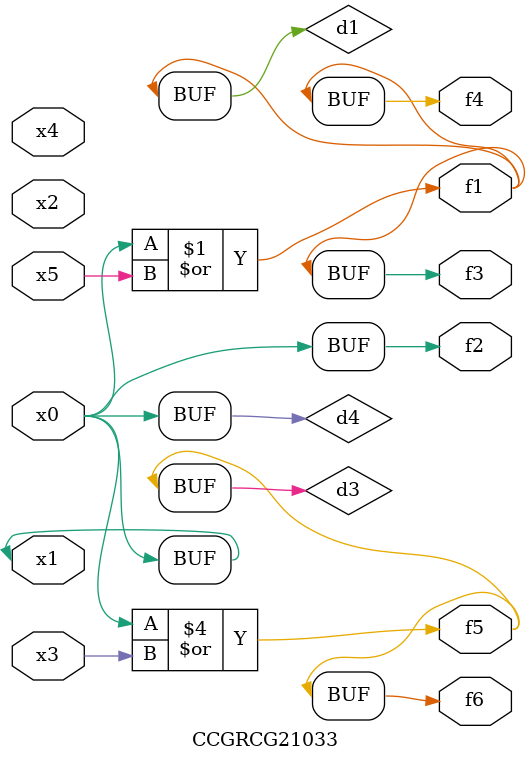
<source format=v>
module CCGRCG21033(
	input x0, x1, x2, x3, x4, x5,
	output f1, f2, f3, f4, f5, f6
);

	wire d1, d2, d3, d4;

	or (d1, x0, x5);
	xnor (d2, x1, x4);
	or (d3, x0, x3);
	buf (d4, x0, x1);
	assign f1 = d1;
	assign f2 = d4;
	assign f3 = d1;
	assign f4 = d1;
	assign f5 = d3;
	assign f6 = d3;
endmodule

</source>
